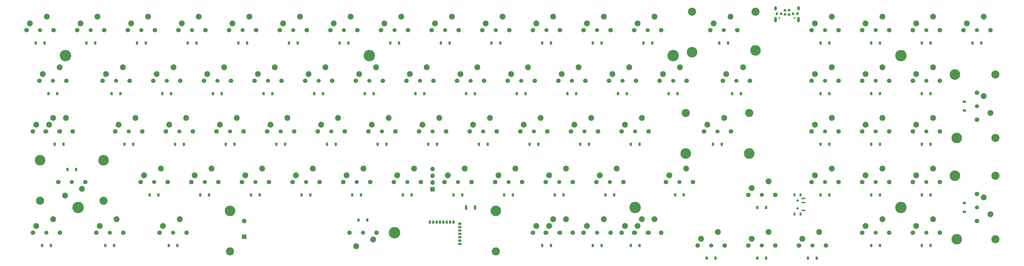
<source format=gbr>
%TF.GenerationSoftware,KiCad,Pcbnew,(6.0.0-rc1-172-gb8b8c0d34c)*%
%TF.CreationDate,2021-12-06T22:24:09-07:00*%
%TF.ProjectId,Z18,5a31382e-6b69-4636-9164-5f7063625858,rev?*%
%TF.SameCoordinates,PX17f2fb4PY122ae10*%
%TF.FileFunction,Soldermask,Bot*%
%TF.FilePolarity,Negative*%
%FSLAX46Y46*%
G04 Gerber Fmt 4.6, Leading zero omitted, Abs format (unit mm)*
G04 Created by KiCad (PCBNEW (6.0.0-rc1-172-gb8b8c0d34c)) date 2021-12-06 22:24:09*
%MOMM*%
%LPD*%
G01*
G04 APERTURE LIST*
G04 Aperture macros list*
%AMRoundRect*
0 Rectangle with rounded corners*
0 $1 Rounding radius*
0 $2 $3 $4 $5 $6 $7 $8 $9 X,Y pos of 4 corners*
0 Add a 4 corners polygon primitive as box body*
4,1,4,$2,$3,$4,$5,$6,$7,$8,$9,$2,$3,0*
0 Add four circle primitives for the rounded corners*
1,1,$1+$1,$2,$3*
1,1,$1+$1,$4,$5*
1,1,$1+$1,$6,$7*
1,1,$1+$1,$8,$9*
0 Add four rect primitives between the rounded corners*
20,1,$1+$1,$2,$3,$4,$5,0*
20,1,$1+$1,$4,$5,$6,$7,0*
20,1,$1+$1,$6,$7,$8,$9,0*
20,1,$1+$1,$8,$9,$2,$3,0*%
G04 Aperture macros list end*
%ADD10C,1.700000*%
%ADD11C,1.524000*%
%ADD12C,2.200000*%
%ADD13C,4.300000*%
%ADD14C,3.987800*%
%ADD15C,3.048000*%
%ADD16R,1.700000X1.700000*%
%ADD17O,1.700000X1.700000*%
%ADD18RoundRect,0.100000X-0.500000X-0.300000X0.500000X-0.300000X0.500000X0.300000X-0.500000X0.300000X0*%
%ADD19RoundRect,0.100000X-0.300000X0.500000X-0.300000X-0.500000X0.300000X-0.500000X0.300000X0.500000X0*%
%ADD20C,0.650000*%
%ADD21O,1.000000X2.100000*%
%ADD22O,1.000000X1.600000*%
%ADD23R,0.900000X1.200000*%
%ADD24RoundRect,0.200000X0.275000X-0.200000X0.275000X0.200000X-0.275000X0.200000X-0.275000X-0.200000X0*%
%ADD25R,1.200000X0.900000*%
%ADD26C,0.900000*%
%ADD27R,1.524000X0.600000*%
%ADD28R,0.700000X1.200000*%
%ADD29RoundRect,0.200000X-0.200000X-0.275000X0.200000X-0.275000X0.200000X0.275000X-0.200000X0.275000X0*%
%ADD30RoundRect,0.200000X0.200000X0.275000X-0.200000X0.275000X-0.200000X-0.275000X0.200000X-0.275000X0*%
%ADD31RoundRect,0.225000X0.250000X-0.225000X0.250000X0.225000X-0.250000X0.225000X-0.250000X-0.225000X0*%
%ADD32R,0.900000X1.700000*%
G04 APERTURE END LIST*
D10*
%TO.C,SW65*%
X209867500Y-66675000D03*
X199707500Y-66675000D03*
D11*
X204787500Y-66675000D03*
D12*
X207327500Y-61595000D03*
X200977500Y-64135000D03*
%TD*%
D13*
%TO.C,H11*%
X133350000Y-19050000D03*
%TD*%
D10*
%TO.C,SW71*%
X347980000Y-66675000D03*
X337820000Y-66675000D03*
D11*
X342900000Y-66675000D03*
D12*
X345440000Y-61595000D03*
X339090000Y-64135000D03*
%TD*%
D11*
%TO.C,SW35*%
X342900000Y-28575000D03*
D10*
X337820000Y-28575000D03*
X347980000Y-28575000D03*
D12*
X345440000Y-23495000D03*
X339090000Y-26035000D03*
%TD*%
D10*
%TO.C,SW22*%
X81280000Y-28575000D03*
D11*
X76200000Y-28575000D03*
D10*
X71120000Y-28575000D03*
D12*
X78740000Y-23495000D03*
X72390000Y-26035000D03*
%TD*%
D10*
%TO.C,SW2*%
X33655000Y-9525000D03*
X23495000Y-9525000D03*
D11*
X28575000Y-9525000D03*
D12*
X31115000Y-4445000D03*
X24765000Y-6985000D03*
%TD*%
D10*
%TO.C,SW77*%
X205105000Y-85725000D03*
X194945000Y-85725000D03*
D11*
X200025000Y-85725000D03*
D12*
X202565000Y-80645000D03*
X196215000Y-83185000D03*
%TD*%
D10*
%TO.C,SW10*%
X175895000Y-9525000D03*
X186055000Y-9525000D03*
D11*
X180975000Y-9525000D03*
D12*
X183515000Y-4445000D03*
X177165000Y-6985000D03*
%TD*%
D10*
%TO.C,SW38*%
X6826250Y-47625000D03*
X16986250Y-47625000D03*
D11*
X11906250Y-47625000D03*
D12*
X14446250Y-42545000D03*
X8096250Y-45085000D03*
%TD*%
D10*
%TO.C,SW70*%
X318770000Y-66675000D03*
X328930000Y-66675000D03*
D11*
X323850000Y-66675000D03*
D12*
X326390000Y-61595000D03*
X320040000Y-64135000D03*
%TD*%
D10*
%TO.C,SW61*%
X123507500Y-66675000D03*
D11*
X128587500Y-66675000D03*
D10*
X133667500Y-66675000D03*
D12*
X131127500Y-61595000D03*
X124777500Y-64135000D03*
%TD*%
D14*
%TO.C,SW56*%
X33369250Y-58420000D03*
X9493250Y-58420000D03*
D11*
X21431250Y-66675000D03*
D15*
X33369250Y-73660000D03*
D10*
X16351250Y-66675000D03*
D15*
X9493250Y-73660000D03*
D10*
X26511250Y-66675000D03*
D12*
X18891250Y-71755000D03*
X25241250Y-69215000D03*
%TD*%
D10*
%TO.C,SW66*%
X218757500Y-66675000D03*
D11*
X223837500Y-66675000D03*
D10*
X228917500Y-66675000D03*
D12*
X226377500Y-61595000D03*
X220027500Y-64135000D03*
%TD*%
D10*
%TO.C,SW55*%
X337820000Y-47625000D03*
D11*
X342900000Y-47625000D03*
D10*
X347980000Y-47625000D03*
D12*
X345440000Y-42545000D03*
X339090000Y-45085000D03*
%TD*%
D11*
%TO.C,SW28*%
X190500000Y-28575000D03*
D10*
X185420000Y-28575000D03*
X195580000Y-28575000D03*
D12*
X193040000Y-23495000D03*
X186690000Y-26035000D03*
%TD*%
D10*
%TO.C,SW9*%
X167005000Y-9525000D03*
X156845000Y-9525000D03*
D11*
X161925000Y-9525000D03*
D12*
X164465000Y-4445000D03*
X158115000Y-6985000D03*
%TD*%
D10*
%TO.C,SW45*%
X143192500Y-47625000D03*
D11*
X138112500Y-47625000D03*
D10*
X133032500Y-47625000D03*
D12*
X140652500Y-42545000D03*
X134302500Y-45085000D03*
%TD*%
D10*
%TO.C,SW63*%
X161607500Y-66675000D03*
X171767500Y-66675000D03*
D11*
X166687500Y-66675000D03*
D12*
X169227500Y-61595000D03*
X162877500Y-64135000D03*
%TD*%
D10*
%TO.C,SW29*%
X204470000Y-28575000D03*
X214630000Y-28575000D03*
D11*
X209550000Y-28575000D03*
D12*
X212090000Y-23495000D03*
X205740000Y-26035000D03*
%TD*%
D10*
%TO.C,SW17*%
X337820000Y-9525000D03*
X347980000Y-9525000D03*
D11*
X342900000Y-9525000D03*
D12*
X345440000Y-4445000D03*
X339090000Y-6985000D03*
%TD*%
D11*
%TO.C,SW3*%
X47625000Y-9525000D03*
D10*
X42545000Y-9525000D03*
X52705000Y-9525000D03*
D12*
X50165000Y-4445000D03*
X43815000Y-6985000D03*
%TD*%
D10*
%TO.C,SW69*%
X309880000Y-66675000D03*
X299720000Y-66675000D03*
D11*
X304800000Y-66675000D03*
D12*
X307340000Y-61595000D03*
X300990000Y-64135000D03*
%TD*%
D10*
%TO.C,SW11*%
X194945000Y-9525000D03*
D11*
X200025000Y-9525000D03*
D10*
X205105000Y-9525000D03*
D12*
X202565000Y-4445000D03*
X196215000Y-6985000D03*
%TD*%
D11*
%TO.C,SW47*%
X176212500Y-47625000D03*
D10*
X181292500Y-47625000D03*
X171132500Y-47625000D03*
D12*
X178752500Y-42545000D03*
X172402500Y-45085000D03*
%TD*%
D11*
%TO.C,SW33*%
X304800000Y-28575000D03*
D10*
X299720000Y-28575000D03*
X309880000Y-28575000D03*
D12*
X307340000Y-23495000D03*
X300990000Y-26035000D03*
%TD*%
D16*
%TO.C,J5*%
X157162500Y-69373750D03*
D17*
X157162500Y-66833750D03*
X157162500Y-64293750D03*
X157162500Y-61753750D03*
%TD*%
D16*
%TO.C,J3*%
X86264722Y-87264500D03*
D17*
X86264722Y-81264500D03*
%TD*%
D10*
%TO.C,SW68*%
X275907500Y-71437500D03*
D11*
X280987500Y-71437500D03*
D10*
X286067500Y-71437500D03*
D12*
X283527500Y-66357500D03*
X277177500Y-68897500D03*
%TD*%
D10*
%TO.C,SW42*%
X86042500Y-47625000D03*
X75882500Y-47625000D03*
D11*
X80962500Y-47625000D03*
D12*
X83502500Y-42545000D03*
X77152500Y-45085000D03*
%TD*%
D10*
%TO.C,SW84*%
X337820000Y-85725000D03*
X347980000Y-85725000D03*
D11*
X342900000Y-85725000D03*
D12*
X345440000Y-80645000D03*
X339090000Y-83185000D03*
%TD*%
D10*
%TO.C,SW67*%
X255111250Y-66675000D03*
D11*
X250031250Y-66675000D03*
D10*
X244951250Y-66675000D03*
D12*
X252571250Y-61595000D03*
X246221250Y-64135000D03*
%TD*%
D18*
%TO.C,U2*%
X167396222Y-89916000D03*
X167396222Y-88646000D03*
X167396222Y-87376000D03*
X167396222Y-86106000D03*
X167396222Y-84836000D03*
X167396222Y-83566000D03*
X167396222Y-82296000D03*
D19*
X164991222Y-81706000D03*
X163721222Y-81706000D03*
X162451222Y-81706000D03*
X161181222Y-81706000D03*
X159911222Y-81706000D03*
X158641222Y-81706000D03*
X157371222Y-81706000D03*
X156101222Y-81706000D03*
%TD*%
D13*
%TO.C,H3*%
X142875000Y-85725000D03*
%TD*%
%TO.C,H5*%
X333375000Y-76200000D03*
%TD*%
D10*
%TO.C,SW19*%
X9207500Y-28575000D03*
D11*
X14287500Y-28575000D03*
D10*
X19367500Y-28575000D03*
D12*
X16827500Y-23495000D03*
X10477500Y-26035000D03*
%TD*%
D10*
%TO.C,SW18*%
X367030000Y-9525000D03*
X356870000Y-9525000D03*
D11*
X361950000Y-9525000D03*
D12*
X364490000Y-4445000D03*
X358140000Y-6985000D03*
%TD*%
D11*
%TO.C,SW76*%
X130968750Y-85725000D03*
D15*
X80968750Y-92710000D03*
D10*
X125888750Y-85725000D03*
D15*
X180968750Y-92710000D03*
D14*
X180968750Y-77470000D03*
D10*
X136048750Y-85725000D03*
D14*
X80968750Y-77470000D03*
D12*
X128428750Y-90805000D03*
X134778750Y-88265000D03*
%TD*%
D20*
%TO.C,J4*%
X293402472Y-4981250D03*
X287622472Y-4981250D03*
D21*
X286192472Y-5511250D03*
D22*
X286192472Y-1331250D03*
D21*
X294832472Y-5511250D03*
D22*
X294832472Y-1331250D03*
%TD*%
D10*
%TO.C,SW23*%
X90170000Y-28575000D03*
X100330000Y-28575000D03*
D11*
X95250000Y-28575000D03*
D12*
X97790000Y-23495000D03*
X91440000Y-26035000D03*
%TD*%
D10*
%TO.C,SW85*%
X228282500Y-85725000D03*
X238442500Y-85725000D03*
D11*
X233362500Y-85725000D03*
D12*
X235902500Y-80645000D03*
X229552500Y-83185000D03*
%TD*%
D10*
%TO.C,SW80*%
X267017500Y-90487500D03*
D11*
X261937500Y-90487500D03*
D10*
X256857500Y-90487500D03*
D12*
X264477500Y-85407500D03*
X258127500Y-87947500D03*
%TD*%
D11*
%TO.C,SW44*%
X119062500Y-47625000D03*
D10*
X124142500Y-47625000D03*
X113982500Y-47625000D03*
D12*
X121602500Y-42545000D03*
X115252500Y-45085000D03*
%TD*%
D11*
%TO.C,SW16*%
X323850000Y-9525000D03*
D10*
X328930000Y-9525000D03*
X318770000Y-9525000D03*
D12*
X326390000Y-4445000D03*
X320040000Y-6985000D03*
%TD*%
D10*
%TO.C,SW43*%
X94932500Y-47625000D03*
D11*
X100012500Y-47625000D03*
D10*
X105092500Y-47625000D03*
D12*
X102552500Y-42545000D03*
X96202500Y-45085000D03*
%TD*%
D13*
%TO.C,H13*%
X233362500Y-76200000D03*
%TD*%
D10*
%TO.C,SW4*%
X61595000Y-9525000D03*
D11*
X66675000Y-9525000D03*
D10*
X71755000Y-9525000D03*
D12*
X69215000Y-4445000D03*
X62865000Y-6985000D03*
%TD*%
D13*
%TO.C,H1*%
X247650000Y-19050000D03*
%TD*%
D11*
%TO.C,SW82*%
X300037500Y-90487500D03*
D10*
X294957500Y-90487500D03*
X305117500Y-90487500D03*
D12*
X302577500Y-85407500D03*
X296227500Y-87947500D03*
%TD*%
D10*
%TO.C,SW62*%
X152717500Y-66675000D03*
X142557500Y-66675000D03*
D11*
X147637500Y-66675000D03*
D12*
X150177500Y-61595000D03*
X143827500Y-64135000D03*
%TD*%
D10*
%TO.C,SW50*%
X228282500Y-47625000D03*
X238442500Y-47625000D03*
D11*
X233362500Y-47625000D03*
D12*
X235902500Y-42545000D03*
X229552500Y-45085000D03*
%TD*%
D11*
%TO.C,SW21*%
X57150000Y-28575000D03*
D10*
X62230000Y-28575000D03*
X52070000Y-28575000D03*
D12*
X59690000Y-23495000D03*
X53340000Y-26035000D03*
%TD*%
D10*
%TO.C,SW73*%
X6826250Y-85725000D03*
D11*
X11906250Y-85725000D03*
D10*
X16986250Y-85725000D03*
D12*
X14446250Y-80645000D03*
X8096250Y-83185000D03*
%TD*%
D10*
%TO.C,SW20*%
X43180000Y-28575000D03*
X33020000Y-28575000D03*
D11*
X38100000Y-28575000D03*
D12*
X40640000Y-23495000D03*
X34290000Y-26035000D03*
%TD*%
D10*
%TO.C,SW5*%
X90805000Y-9525000D03*
D11*
X85725000Y-9525000D03*
D10*
X80645000Y-9525000D03*
D12*
X88265000Y-4445000D03*
X81915000Y-6985000D03*
%TD*%
D11*
%TO.C,SW36*%
X361950000Y-38100000D03*
D14*
X354330000Y-50038000D03*
D10*
X361950000Y-33020000D03*
D14*
X353695000Y-26162000D03*
D15*
X368935000Y-50038000D03*
D10*
X361950000Y-43180000D03*
D15*
X368935000Y-26162000D03*
D12*
X367030000Y-40640000D03*
X364490000Y-34290000D03*
%TD*%
D10*
%TO.C,SW1*%
X4445000Y-9525000D03*
X14605000Y-9525000D03*
D11*
X9525000Y-9525000D03*
D12*
X12065000Y-4445000D03*
X5715000Y-6985000D03*
%TD*%
D10*
%TO.C,SW27*%
X166370000Y-28575000D03*
X176530000Y-28575000D03*
D11*
X171450000Y-28575000D03*
D12*
X173990000Y-23495000D03*
X167640000Y-26035000D03*
%TD*%
D10*
%TO.C,SW8*%
X137795000Y-9525000D03*
D11*
X142875000Y-9525000D03*
D10*
X147955000Y-9525000D03*
D12*
X145415000Y-4445000D03*
X139065000Y-6985000D03*
%TD*%
D10*
%TO.C,SW6*%
X109855000Y-9525000D03*
X99695000Y-9525000D03*
D11*
X104775000Y-9525000D03*
D12*
X107315000Y-4445000D03*
X100965000Y-6985000D03*
%TD*%
D10*
%TO.C,SW41*%
X56832500Y-47625000D03*
X66992500Y-47625000D03*
D11*
X61912500Y-47625000D03*
D12*
X64452500Y-42545000D03*
X58102500Y-45085000D03*
%TD*%
D10*
%TO.C,SW52*%
X259238750Y-47625000D03*
X269398750Y-47625000D03*
D15*
X276256750Y-40640000D03*
X252380750Y-40640000D03*
D14*
X252380750Y-55880000D03*
X276256750Y-55880000D03*
D11*
X264318750Y-47625000D03*
D12*
X266858750Y-42545000D03*
X260508750Y-45085000D03*
%TD*%
D10*
%TO.C,SW57*%
X47307500Y-66675000D03*
X57467500Y-66675000D03*
D11*
X52387500Y-66675000D03*
D12*
X54927500Y-61595000D03*
X48577500Y-64135000D03*
%TD*%
D13*
%TO.C,H9*%
X19050000Y-19050000D03*
%TD*%
D10*
%TO.C,SW54*%
X328930000Y-47625000D03*
D11*
X323850000Y-47625000D03*
D10*
X318770000Y-47625000D03*
D12*
X326390000Y-42545000D03*
X320040000Y-45085000D03*
%TD*%
D13*
%TO.C,H7*%
X23812500Y-76200000D03*
%TD*%
D10*
%TO.C,SW75*%
X54451250Y-85725000D03*
X64611250Y-85725000D03*
D11*
X59531250Y-85725000D03*
D12*
X62071250Y-80645000D03*
X55721250Y-83185000D03*
%TD*%
D10*
%TO.C,SW13*%
X233045000Y-9525000D03*
D11*
X238125000Y-9525000D03*
D10*
X243205000Y-9525000D03*
D12*
X240665000Y-4445000D03*
X234315000Y-6985000D03*
%TD*%
D10*
%TO.C,SW24*%
X109220000Y-28575000D03*
D11*
X114300000Y-28575000D03*
D10*
X119380000Y-28575000D03*
D12*
X116840000Y-23495000D03*
X110490000Y-26035000D03*
%TD*%
D10*
%TO.C,SW32*%
X276542500Y-28575000D03*
D11*
X271462500Y-28575000D03*
D10*
X266382500Y-28575000D03*
D12*
X274002500Y-23495000D03*
X267652500Y-26035000D03*
%TD*%
D11*
%TO.C,SW74*%
X35718750Y-85725000D03*
D10*
X40798750Y-85725000D03*
X30638750Y-85725000D03*
D12*
X38258750Y-80645000D03*
X31908750Y-83185000D03*
%TD*%
D14*
%TO.C,SW72*%
X354330000Y-88138000D03*
X353695000Y-64262000D03*
D10*
X361950000Y-71120000D03*
D15*
X368935000Y-88138000D03*
D10*
X361950000Y-81280000D03*
D15*
X368935000Y-64262000D03*
D11*
X361950000Y-76200000D03*
D12*
X367030000Y-78740000D03*
X364490000Y-72390000D03*
%TD*%
D11*
%TO.C,SW30*%
X228600000Y-28575000D03*
D10*
X223520000Y-28575000D03*
X233680000Y-28575000D03*
D12*
X231140000Y-23495000D03*
X224790000Y-26035000D03*
%TD*%
D10*
%TO.C,SW7*%
X118745000Y-9525000D03*
D11*
X123825000Y-9525000D03*
D10*
X128905000Y-9525000D03*
D12*
X126365000Y-4445000D03*
X120015000Y-6985000D03*
%TD*%
D10*
%TO.C,SW26*%
X157480000Y-28575000D03*
X147320000Y-28575000D03*
D11*
X152400000Y-28575000D03*
D12*
X154940000Y-23495000D03*
X148590000Y-26035000D03*
%TD*%
D10*
%TO.C,SW79*%
X233045000Y-85725000D03*
X243205000Y-85725000D03*
D11*
X238125000Y-85725000D03*
D12*
X240665000Y-80645000D03*
X234315000Y-83185000D03*
%TD*%
D10*
%TO.C,SW12*%
X224155000Y-9525000D03*
D11*
X219075000Y-9525000D03*
D10*
X213995000Y-9525000D03*
D12*
X221615000Y-4445000D03*
X215265000Y-6985000D03*
%TD*%
D10*
%TO.C,SW78*%
X224155000Y-85725000D03*
D11*
X219075000Y-85725000D03*
D10*
X213995000Y-85725000D03*
D12*
X221615000Y-80645000D03*
X215265000Y-83185000D03*
%TD*%
D11*
%TO.C,SW58*%
X71437500Y-66675000D03*
D10*
X66357500Y-66675000D03*
X76517500Y-66675000D03*
D12*
X73977500Y-61595000D03*
X67627500Y-64135000D03*
%TD*%
D11*
%TO.C,SW31*%
X247650000Y-28575000D03*
D10*
X252730000Y-28575000D03*
X242570000Y-28575000D03*
D12*
X250190000Y-23495000D03*
X243840000Y-26035000D03*
%TD*%
D11*
%TO.C,SW60*%
X109537500Y-66675000D03*
D10*
X104457500Y-66675000D03*
X114617500Y-66675000D03*
D12*
X112077500Y-61595000D03*
X105727500Y-64135000D03*
%TD*%
D13*
%TO.C,H10*%
X333375000Y-19050000D03*
%TD*%
D10*
%TO.C,SW34*%
X328930000Y-28575000D03*
X318770000Y-28575000D03*
D11*
X323850000Y-28575000D03*
D12*
X326390000Y-23495000D03*
X320040000Y-26035000D03*
%TD*%
D10*
%TO.C,SW46*%
X162242500Y-47625000D03*
D11*
X157162500Y-47625000D03*
D10*
X152082500Y-47625000D03*
D12*
X159702500Y-42545000D03*
X153352500Y-45085000D03*
%TD*%
D10*
%TO.C,SW48*%
X200342500Y-47625000D03*
X190182500Y-47625000D03*
D11*
X195262500Y-47625000D03*
D12*
X197802500Y-42545000D03*
X191452500Y-45085000D03*
%TD*%
D10*
%TO.C,SW25*%
X128270000Y-28575000D03*
D11*
X133350000Y-28575000D03*
D10*
X138430000Y-28575000D03*
D12*
X135890000Y-23495000D03*
X129540000Y-26035000D03*
%TD*%
D10*
%TO.C,SW64*%
X190817500Y-66675000D03*
X180657500Y-66675000D03*
D11*
X185737500Y-66675000D03*
D12*
X188277500Y-61595000D03*
X181927500Y-64135000D03*
%TD*%
D10*
%TO.C,SW15*%
X299720000Y-9525000D03*
D11*
X304800000Y-9525000D03*
D10*
X309880000Y-9525000D03*
D12*
X307340000Y-4445000D03*
X300990000Y-6985000D03*
%TD*%
D10*
%TO.C,SW81*%
X275907500Y-90487500D03*
D11*
X280987500Y-90487500D03*
D10*
X286067500Y-90487500D03*
D12*
X283527500Y-85407500D03*
X277177500Y-87947500D03*
%TD*%
D10*
%TO.C,SW53*%
X299720000Y-47625000D03*
X309880000Y-47625000D03*
D11*
X304800000Y-47625000D03*
D12*
X307340000Y-42545000D03*
X300990000Y-45085000D03*
%TD*%
D10*
%TO.C,SW89*%
X209867500Y-85725000D03*
X199707500Y-85725000D03*
D11*
X204787500Y-85725000D03*
D12*
X207327500Y-80645000D03*
X200977500Y-83185000D03*
%TD*%
D10*
%TO.C,SW83*%
X328930000Y-85725000D03*
D11*
X323850000Y-85725000D03*
D10*
X318770000Y-85725000D03*
D12*
X326390000Y-80645000D03*
X320040000Y-83185000D03*
%TD*%
D11*
%TO.C,SW39*%
X16668750Y-47625000D03*
D10*
X21748750Y-47625000D03*
X11588750Y-47625000D03*
D12*
X19208750Y-42545000D03*
X12858750Y-45085000D03*
%TD*%
D14*
%TO.C,SW14*%
X254762000Y-17780000D03*
D11*
X266700000Y-9525000D03*
D10*
X271780000Y-9525000D03*
X261620000Y-9525000D03*
D15*
X254762000Y-2540000D03*
X278638000Y-2540000D03*
D14*
X278638000Y-17145000D03*
D12*
X269240000Y-4445000D03*
X262890000Y-6985000D03*
%TD*%
D11*
%TO.C,SW40*%
X42862500Y-47625000D03*
D10*
X47942500Y-47625000D03*
X37782500Y-47625000D03*
D12*
X45402500Y-42545000D03*
X39052500Y-45085000D03*
%TD*%
D11*
%TO.C,SW59*%
X90487500Y-66675000D03*
D10*
X95567500Y-66675000D03*
X85407500Y-66675000D03*
D12*
X93027500Y-61595000D03*
X86677500Y-64135000D03*
%TD*%
D10*
%TO.C,SW49*%
X209232500Y-47625000D03*
X219392500Y-47625000D03*
D11*
X214312500Y-47625000D03*
D12*
X216852500Y-42545000D03*
X210502500Y-45085000D03*
%TD*%
D23*
%TO.C,D31*%
X249300000Y-33337500D03*
X246000000Y-33337500D03*
%TD*%
%TO.C,D43*%
X139762500Y-52387500D03*
X136462500Y-52387500D03*
%TD*%
D24*
%TO.C,R8*%
X291282222Y-3619000D03*
X291282222Y-1969000D03*
%TD*%
D23*
%TO.C,D71*%
X13556250Y-90487500D03*
X10256250Y-90487500D03*
%TD*%
%TO.C,D30*%
X230250000Y-33337500D03*
X226950000Y-33337500D03*
%TD*%
D25*
%TO.C,D36*%
X357187500Y-39750000D03*
X357187500Y-36450000D03*
%TD*%
D23*
%TO.C,D62*%
X187387500Y-71437500D03*
X184087500Y-71437500D03*
%TD*%
%TO.C,D78*%
X263587500Y-95250000D03*
X260287500Y-95250000D03*
%TD*%
%TO.C,D80*%
X301687500Y-95250000D03*
X298387500Y-95250000D03*
%TD*%
%TO.C,D44*%
X158812500Y-52387500D03*
X155512500Y-52387500D03*
%TD*%
%TO.C,D64*%
X225487500Y-71437500D03*
X222187500Y-71437500D03*
%TD*%
%TO.C,D1*%
X11175000Y-14287500D03*
X7875000Y-14287500D03*
%TD*%
%TO.C,D23*%
X96900000Y-33337500D03*
X93600000Y-33337500D03*
%TD*%
%TO.C,D81*%
X325500000Y-90487500D03*
X322200000Y-90487500D03*
%TD*%
%TO.C,D34*%
X325500000Y-33337500D03*
X322200000Y-33337500D03*
%TD*%
%TO.C,D33*%
X306450000Y-33337500D03*
X303150000Y-33337500D03*
%TD*%
%TO.C,D61*%
X168337500Y-71437500D03*
X165037500Y-71437500D03*
%TD*%
%TO.C,D7*%
X125475000Y-14287500D03*
X122175000Y-14287500D03*
%TD*%
%TO.C,D6*%
X106425000Y-14287500D03*
X103125000Y-14287500D03*
%TD*%
%TO.C,D27*%
X173100000Y-33337500D03*
X169800000Y-33337500D03*
%TD*%
D25*
%TO.C,D70*%
X357187500Y-77850000D03*
X357187500Y-74550000D03*
%TD*%
D23*
%TO.C,D41*%
X101662500Y-52387500D03*
X98362500Y-52387500D03*
%TD*%
%TO.C,D8*%
X144525000Y-14287500D03*
X141225000Y-14287500D03*
%TD*%
%TO.C,D28*%
X192150000Y-33337500D03*
X188850000Y-33337500D03*
%TD*%
%TO.C,D74*%
X129318750Y-80962500D03*
X132618750Y-80962500D03*
%TD*%
%TO.C,D4*%
X68325000Y-14287500D03*
X65025000Y-14287500D03*
%TD*%
%TO.C,D76*%
X220725000Y-90487500D03*
X217425000Y-90487500D03*
%TD*%
%TO.C,D21*%
X58800000Y-33337500D03*
X55500000Y-33337500D03*
%TD*%
%TO.C,D75*%
X201675000Y-90487500D03*
X198375000Y-90487500D03*
%TD*%
%TO.C,D77*%
X235012500Y-90487500D03*
X231712500Y-90487500D03*
%TD*%
%TO.C,D42*%
X120712500Y-52387500D03*
X117412500Y-52387500D03*
%TD*%
%TO.C,D52*%
X325500000Y-52387500D03*
X322200000Y-52387500D03*
%TD*%
%TO.C,D57*%
X92137500Y-71437500D03*
X88837500Y-71437500D03*
%TD*%
%TO.C,D10*%
X182625000Y-14287500D03*
X179325000Y-14287500D03*
%TD*%
%TO.C,D11*%
X201675000Y-14287500D03*
X198375000Y-14287500D03*
%TD*%
%TO.C,D5*%
X87375000Y-14287500D03*
X84075000Y-14287500D03*
%TD*%
%TO.C,D51*%
X306450000Y-52387500D03*
X303150000Y-52387500D03*
%TD*%
%TO.C,D48*%
X235012500Y-52387500D03*
X231712500Y-52387500D03*
%TD*%
%TO.C,D82*%
X344550000Y-90487500D03*
X341250000Y-90487500D03*
%TD*%
D26*
%TO.C,BATT1*%
X294470997Y-73588750D03*
X294470997Y-76588750D03*
D27*
X296720997Y-77338750D03*
X296720997Y-74338750D03*
X296720997Y-72838750D03*
D28*
X295620997Y-71488750D03*
X295620997Y-78688750D03*
X293320997Y-78688750D03*
X293320997Y-71488750D03*
%TD*%
D23*
%TO.C,D58*%
X111187500Y-71437500D03*
X107887500Y-71437500D03*
%TD*%
%TO.C,D38*%
X44512500Y-52387500D03*
X41212500Y-52387500D03*
%TD*%
%TO.C,D65*%
X251681250Y-71437500D03*
X248381250Y-71437500D03*
%TD*%
%TO.C,D22*%
X77850000Y-33337500D03*
X74550000Y-33337500D03*
%TD*%
%TO.C,D14*%
X268350000Y-14287500D03*
X265050000Y-14287500D03*
%TD*%
%TO.C,D16*%
X325500000Y-14287500D03*
X322200000Y-14287500D03*
%TD*%
%TO.C,D17*%
X344550000Y-14287500D03*
X341250000Y-14287500D03*
%TD*%
%TO.C,D37*%
X18318750Y-52387500D03*
X15018750Y-52387500D03*
%TD*%
%TO.C,D63*%
X206437500Y-71437500D03*
X203137500Y-71437500D03*
%TD*%
%TO.C,D54*%
X19781250Y-61912500D03*
X23081250Y-61912500D03*
%TD*%
%TO.C,D32*%
X273112500Y-33337500D03*
X269812500Y-33337500D03*
%TD*%
%TO.C,D47*%
X215962500Y-52387500D03*
X212662500Y-52387500D03*
%TD*%
%TO.C,D15*%
X306450000Y-14287500D03*
X303150000Y-14287500D03*
%TD*%
%TO.C,D50*%
X265968750Y-52387500D03*
X262668750Y-52387500D03*
%TD*%
D29*
%TO.C,R5*%
X292767222Y-3302000D03*
X294417222Y-3302000D03*
%TD*%
D23*
%TO.C,D40*%
X82612500Y-52387500D03*
X79312500Y-52387500D03*
%TD*%
%TO.C,D72*%
X37368750Y-90487500D03*
X34068750Y-90487500D03*
%TD*%
%TO.C,D35*%
X344550000Y-33337500D03*
X341250000Y-33337500D03*
%TD*%
%TO.C,D56*%
X73087500Y-71437500D03*
X69787500Y-71437500D03*
%TD*%
%TO.C,D39*%
X63562500Y-52387500D03*
X60262500Y-52387500D03*
%TD*%
%TO.C,D13*%
X239775000Y-14287500D03*
X236475000Y-14287500D03*
%TD*%
%TO.C,D20*%
X39750000Y-33337500D03*
X36450000Y-33337500D03*
%TD*%
%TO.C,D3*%
X49275000Y-14287500D03*
X45975000Y-14287500D03*
%TD*%
%TO.C,D29*%
X211200000Y-33337500D03*
X207900000Y-33337500D03*
%TD*%
%TO.C,D25*%
X135000000Y-33337500D03*
X131700000Y-33337500D03*
%TD*%
%TO.C,D68*%
X325500000Y-71437500D03*
X322200000Y-71437500D03*
%TD*%
%TO.C,D12*%
X220725000Y-14287500D03*
X217425000Y-14287500D03*
%TD*%
%TO.C,D60*%
X149287500Y-71437500D03*
X145987500Y-71437500D03*
%TD*%
%TO.C,D46*%
X196912500Y-52387500D03*
X193612500Y-52387500D03*
%TD*%
%TO.C,D24*%
X115950000Y-33337500D03*
X112650000Y-33337500D03*
%TD*%
%TO.C,D69*%
X344550000Y-71437500D03*
X341250000Y-71437500D03*
%TD*%
D30*
%TO.C,R6*%
X288321222Y-3302000D03*
X286671222Y-3302000D03*
%TD*%
D23*
%TO.C,D9*%
X163575000Y-14287500D03*
X160275000Y-14287500D03*
%TD*%
%TO.C,D73*%
X61181250Y-90487500D03*
X57881250Y-90487500D03*
%TD*%
%TO.C,D53*%
X344550000Y-52387500D03*
X341250000Y-52387500D03*
%TD*%
%TO.C,D26*%
X154050000Y-33337500D03*
X150750000Y-33337500D03*
%TD*%
%TO.C,D45*%
X177862500Y-52387500D03*
X174562500Y-52387500D03*
%TD*%
D31*
%TO.C,C5*%
X289782222Y-3569000D03*
X289782222Y-2019000D03*
%TD*%
D23*
%TO.C,D55*%
X54037500Y-71437500D03*
X50737500Y-71437500D03*
%TD*%
%TO.C,D18*%
X363600000Y-14287500D03*
X360300000Y-14287500D03*
%TD*%
D32*
%TO.C,RESET1*%
X169749972Y-76200000D03*
X173149972Y-76200000D03*
%TD*%
D23*
%TO.C,D2*%
X30225000Y-14287500D03*
X26925000Y-14287500D03*
%TD*%
%TO.C,D66*%
X282637500Y-76200000D03*
X279337500Y-76200000D03*
%TD*%
%TO.C,D19*%
X15937500Y-33337500D03*
X12637500Y-33337500D03*
%TD*%
%TO.C,D67*%
X306450000Y-71437500D03*
X303150000Y-71437500D03*
%TD*%
%TO.C,D59*%
X130237500Y-71437500D03*
X126937500Y-71437500D03*
%TD*%
%TO.C,D79*%
X282637500Y-95250000D03*
X279337500Y-95250000D03*
%TD*%
M02*

</source>
